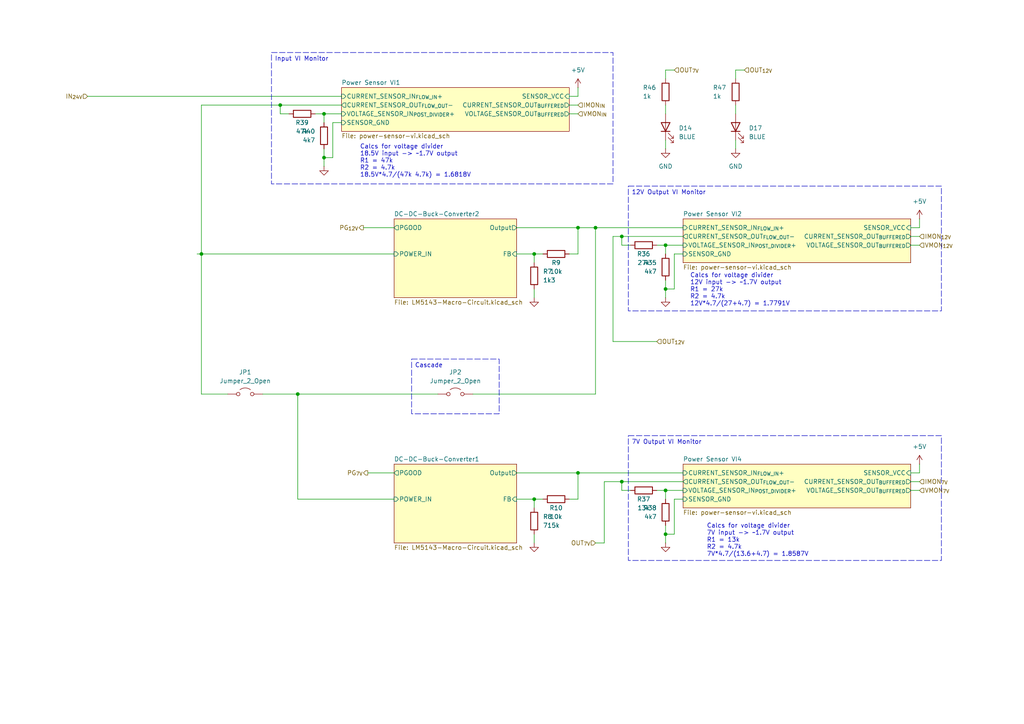
<source format=kicad_sch>
(kicad_sch (version 20250114) (generator "eeschema") (generator_version "9.0")
  (paper "A4")
  (title_block (rev "Vol. 2") (company "University of Alberta EcoCar Team"))
  (lib_symbols
    (symbol "Device:LED" (pin_numbers (hide yes)) (pin_names (offset 1.016) (hide yes))
      (property "Reference" "D" (at 0 2.54 0))
      (property "Value" "LED" (at 0 -2.54 0))
      (symbol "LED_0_1"
        (polyline (pts (xy -3.048 -0.762) (xy -4.572 -2.286) (xy -3.81 -2.286) (xy -4.572 -2.286) (xy -4.572 -1.524)))
        (polyline (pts (xy -1.778 -0.762) (xy -3.302 -2.286) (xy -2.54 -2.286) (xy -3.302 -2.286) (xy -3.302 -1.524)))
        (polyline (pts (xy -1.27 0) (xy 1.27 0)))
        (polyline (pts (xy -1.27 -1.27) (xy -1.27 1.27)) (stroke (width 0.254)))
        (polyline (pts (xy 1.27 -1.27) (xy 1.27 1.27) (xy -1.27 0) (xy 1.27 -1.27)) (stroke (width 0.254)))
      )
      (symbol "LED_1_1"
        (pin passive line (at -3.81 0 0) (length 2.54) (name "K") (number "1"))
        (pin passive line (at 3.81 0 180) (length 2.54) (name "A") (number "2"))
      )
    )
    (symbol "Device:R" (pin_numbers (hide yes)) (pin_names (offset 0))
      (property "Reference" "R" (at 2.032 0 90))
      (property "Value" "R" (at 0 0 90))
      (symbol "R_0_1"
        (rectangle (start -1.016 -2.54) (end 1.016 2.54) (stroke (width 0.254)))
      )
      (symbol "R_1_1"
        (pin passive line (at 0 3.81 270) (length 1.27) (name "~") (number "1"))
        (pin passive line (at 0 -3.81 90) (length 1.27) (name "~") (number "2"))
      )
    )
    (symbol "Jumper:Jumper_2_Open" (pin_numbers (hide yes)) (pin_names (offset 0) (hide yes)) (exclude_from_sim yes)
      (property "Reference" "JP" (at 0 2.794 0))
      (property "Value" "Jumper_2_Open" (at 0 -2.286 0))
      (symbol "Jumper_2_Open_0_0"
        (circle (center -2.032 0) (radius 0.508))
        (circle (center 2.032 0) (radius 0.508))
      )
      (symbol "Jumper_2_Open_0_1"
        (arc (start -1.524 1.27) (mid 0 1.778) (end 1.524 1.27))
      )
      (symbol "Jumper_2_Open_1_1"
        (pin passive line (at -5.08 0 0) (length 2.54) (name "A") (number "1"))
        (pin passive line (at 5.08 0 180) (length 2.54) (name "B") (number "2"))
      )
    )
    (symbol "power:+5V" (power) (pin_numbers (hide yes)) (pin_names (offset 0) (hide yes))
      (property "Value" "+5V" (at 0 3.556 0))
      (symbol "+5V_0_1"
        (polyline (pts (xy -0.762 1.27) (xy 0 2.54)))
        (polyline (pts (xy 0 2.54) (xy 0.762 1.27)))
        (polyline (pts (xy 0 0) (xy 0 2.54)))
      )
      (symbol "+5V_1_1"
        (pin power_in line (at 0 0 90) (length 0) (name "~") (number "1"))
      )
    )
    (symbol "power:GND" (power) (pin_numbers (hide yes)) (pin_names (offset 0) (hide yes))
      (property "Value" "GND" (at 0 -3.81 0))
      (symbol "GND_0_1"
        (polyline (pts (xy 0 0) (xy 0 -1.27) (xy 1.27 -1.27) (xy 0 -2.54) (xy -1.27 -1.27) (xy 0 -1.27)))
      )
      (symbol "GND_1_1"
        (pin power_in line (at 0 0 270) (length 0) (name "~") (number "1"))
      )
    )
  )
  (text "Calcs for voltage divider\n18.5V input -> ~1.7V output\nR1 = 47k\nR2 = 4.7k\n18.5V*4.7/(47k 4.7k) = 1.6818V" (at 104.394 51.562 0) (effects (font (size 1.27 1.27)) (justify left bottom)))
  (text "Calcs for voltage divider\n7V input -> ~1.7V output\nR1 = 13k\nR2 = 4.7k\n7V*4.7/(13.6+4.7) = 1.8587V" (at 204.978 161.544 0) (effects (font (size 1.27 1.27)) (justify left bottom)))
  (text "Calcs for voltage divider\n12V input -> ~1.7V output\nR1 = 27k\nR2 = 4.7k\n12V*4.7/(27+4.7) = 1.7791V" (at 200.152 88.9 0) (effects (font (size 1.27 1.27)) (justify left bottom)))
  (text_box "12V Output VI Monitor" (at 182.245 53.975 0) (size 90.805 36.195) (margins 0.9525 0.9525 0.9525 0.9525) (stroke (width 0) (type dash)) (effects (font (size 1.27 1.27)) (justify left top)))
  (text_box "7V Output VI Monitor" (at 182.245 126.365 0) (size 90.805 36.195) (margins 0.9525 0.9525 0.9525 0.9525) (stroke (width 0) (type dash)) (effects (font (size 1.27 1.27)) (justify left top)))
  (text_box "Input VI Monitor" (at 78.74 15.24 0) (size 99.06 38.1) (margins 0.9525 0.9525 0.9525 0.9525) (stroke (width 0) (type dash)) (effects (font (size 1.27 1.27)) (justify left top)))
  (text_box "Cascade" (at 119.38 104.14 0) (size 25.4 15.875) (margins 0.9525 0.9525 0.9525 0.9525) (stroke (width 0) (type dash)) (effects (font (size 1.27 1.27)) (justify left top)))
  (junction (at 167.64 66.04))
  (junction (at 86.36 114.3))
  (junction (at 193.04 83.82))
  (junction (at 154.94 144.78))
  (junction (at 167.64 137.16))
  (junction (at 180.34 68.58))
  (junction (at 93.98 33.02))
  (junction (at 193.04 71.12))
  (junction (at 193.04 154.94))
  (junction (at 81.28 30.48))
  (junction (at 93.98 45.72))
  (junction (at 172.72 66.04))
  (junction (at 193.04 142.24))
  (junction (at 180.34 139.7))
  (junction (at 154.94 73.66))
  (junction (at 58.42 73.66))
  (wire (pts (xy 195.58 73.66) (xy 195.58 83.82)))
  (wire (pts (xy 91.44 33.02) (xy 93.98 33.02)))
  (wire (pts (xy 180.34 142.24) (xy 180.34 139.7)))
  (wire (pts (xy 149.86 144.78) (xy 154.94 144.78)))
  (wire (pts (xy 93.98 33.02) (xy 93.98 35.56)))
  (wire (pts (xy 165.1 27.94) (xy 167.64 27.94)))
  (wire (pts (xy 165.1 144.78) (xy 167.64 144.78)))
  (wire (pts (xy 58.42 73.66) (xy 58.42 114.3)))
  (wire (pts (xy 157.48 73.66) (xy 154.94 73.66)))
  (wire (pts (xy 154.94 144.78) (xy 157.48 144.78)))
  (wire (pts (xy 213.36 33.02) (xy 213.36 30.48)))
  (wire (pts (xy 193.04 43.18) (xy 193.04 40.64)))
  (wire (pts (xy 195.58 144.78) (xy 195.58 154.94)))
  (wire (pts (xy 167.64 66.04) (xy 172.72 66.04)))
  (wire (pts (xy 81.28 30.48) (xy 58.42 30.48)))
  (wire (pts (xy 180.34 71.12) (xy 182.88 71.12)))
  (wire (pts (xy 81.28 33.02) (xy 81.28 30.48)))
  (wire (pts (xy 172.72 66.04) (xy 172.72 114.3)))
  (wire (pts (xy 180.34 71.12) (xy 180.34 68.58)))
  (wire (pts (xy 57.15 73.66) (xy 58.42 73.66)))
  (wire (pts (xy 175.26 157.48) (xy 172.72 157.48)))
  (wire (pts (xy 264.16 137.16) (xy 266.7 137.16)))
  (wire (pts (xy 93.98 45.72) (xy 93.98 48.26)))
  (wire (pts (xy 213.36 20.32) (xy 213.36 22.86)))
  (wire (pts (xy 165.1 30.48) (xy 167.64 30.48)))
  (wire (pts (xy 177.8 68.58) (xy 177.8 99.06)))
  (wire (pts (xy 193.04 83.82) (xy 195.58 83.82)))
  (wire (pts (xy 86.36 114.3) (xy 86.36 144.78)))
  (wire (pts (xy 96.52 45.72) (xy 93.98 45.72)))
  (wire (pts (xy 193.04 152.4) (xy 193.04 154.94)))
  (wire (pts (xy 76.2 114.3) (xy 86.36 114.3)))
  (wire (pts (xy 193.04 142.24) (xy 193.04 144.78)))
  (wire (pts (xy 264.16 68.58) (xy 266.7 68.58)))
  (wire (pts (xy 167.64 73.66) (xy 167.64 66.04)))
  (wire (pts (xy 193.04 154.94) (xy 193.04 157.48)))
  (wire (pts (xy 149.86 137.16) (xy 167.64 137.16)))
  (wire (pts (xy 177.8 68.58) (xy 180.34 68.58)))
  (wire (pts (xy 266.7 63.5) (xy 266.7 66.04)))
  (wire (pts (xy 165.1 33.02) (xy 167.64 33.02)))
  (wire (pts (xy 81.28 33.02) (xy 83.82 33.02)))
  (wire (pts (xy 264.16 142.24) (xy 266.7 142.24)))
  (wire (pts (xy 193.04 71.12) (xy 193.04 73.66)))
  (wire (pts (xy 180.34 142.24) (xy 182.88 142.24)))
  (wire (pts (xy 193.04 20.32) (xy 193.04 22.86)))
  (wire (pts (xy 215.9 20.32) (xy 213.36 20.32)))
  (wire (pts (xy 213.36 43.18) (xy 213.36 40.64)))
  (wire (pts (xy 175.26 139.7) (xy 175.26 157.48)))
  (wire (pts (xy 86.36 114.3) (xy 127 114.3)))
  (wire (pts (xy 149.86 73.66) (xy 154.94 73.66)))
  (wire (pts (xy 66.04 114.3) (xy 58.42 114.3)))
  (wire (pts (xy 190.5 142.24) (xy 193.04 142.24)))
  (wire (pts (xy 264.16 139.7) (xy 266.7 139.7)))
  (wire (pts (xy 154.94 154.94) (xy 154.94 157.48)))
  (wire (pts (xy 264.16 66.04) (xy 266.7 66.04)))
  (wire (pts (xy 81.28 30.48) (xy 99.06 30.48)))
  (wire (pts (xy 154.94 144.78) (xy 154.94 147.32)))
  (wire (pts (xy 193.04 142.24) (xy 198.12 142.24)))
  (wire (pts (xy 105.41 66.04) (xy 114.3 66.04)))
  (wire (pts (xy 172.72 66.04) (xy 198.12 66.04)))
  (wire (pts (xy 198.12 73.66) (xy 195.58 73.66)))
  (wire (pts (xy 106.68 137.16) (xy 114.3 137.16)))
  (wire (pts (xy 180.34 68.58) (xy 198.12 68.58)))
  (wire (pts (xy 58.42 73.66) (xy 114.3 73.66)))
  (wire (pts (xy 154.94 83.82) (xy 154.94 86.36)))
  (wire (pts (xy 193.04 83.82) (xy 193.04 86.36)))
  (wire (pts (xy 149.86 66.04) (xy 167.64 66.04)))
  (wire (pts (xy 86.36 144.78) (xy 114.3 144.78)))
  (wire (pts (xy 167.64 144.78) (xy 167.64 137.16)))
  (wire (pts (xy 58.42 30.48) (xy 58.42 73.66)))
  (wire (pts (xy 198.12 139.7) (xy 180.34 139.7)))
  (wire (pts (xy 137.16 114.3) (xy 172.72 114.3)))
  (wire (pts (xy 25.4 27.94) (xy 99.06 27.94)))
  (wire (pts (xy 195.58 20.32) (xy 193.04 20.32)))
  (wire (pts (xy 264.16 71.12) (xy 266.7 71.12)))
  (wire (pts (xy 167.64 137.16) (xy 198.12 137.16)))
  (wire (pts (xy 167.64 25.4) (xy 167.64 27.94)))
  (wire (pts (xy 96.52 35.56) (xy 96.52 45.72)))
  (wire (pts (xy 93.98 43.18) (xy 93.98 45.72)))
  (wire (pts (xy 266.7 134.62) (xy 266.7 137.16)))
  (wire (pts (xy 177.8 99.06) (xy 190.5 99.06)))
  (wire (pts (xy 99.06 35.56) (xy 96.52 35.56)))
  (wire (pts (xy 193.04 71.12) (xy 198.12 71.12)))
  (wire (pts (xy 167.64 73.66) (xy 165.1 73.66)))
  (wire (pts (xy 198.12 144.78) (xy 195.58 144.78)))
  (wire (pts (xy 190.5 71.12) (xy 193.04 71.12)))
  (wire (pts (xy 180.34 139.7) (xy 175.26 139.7)))
  (wire (pts (xy 154.94 73.66) (xy 154.94 76.2)))
  (wire (pts (xy 93.98 33.02) (xy 99.06 33.02)))
  (wire (pts (xy 195.58 154.94) (xy 193.04 154.94)))
  (wire (pts (xy 193.04 33.02) (xy 193.04 30.48)))
  (wire (pts (xy 193.04 81.28) (xy 193.04 83.82)))
  (hierarchical_label "VMON_{IN}" (shape input) (at 167.64 33.02 0))
  (hierarchical_label "IN_{24V}" (shape input) (at 25.4 27.94 180))
  (hierarchical_label "IMON_{7V}" (shape input) (at 266.7 139.7 0))
  (hierarchical_label "VMON_{7V}" (shape input) (at 266.7 142.24 0))
  (hierarchical_label "OUT_{12V}" (shape input) (at 215.9 20.32 0))
  (hierarchical_label "OUT_{12V}" (shape input) (at 190.5 99.06 0))
  (hierarchical_label "VMON_{12V}" (shape input) (at 266.7 71.12 0))
  (hierarchical_label "PG_{7V}" (shape output) (at 106.68 137.16 180))
  (hierarchical_label "OUT_{7V}" (shape input) (at 172.72 157.48 180))
  (hierarchical_label "PG_{12V}" (shape output) (at 105.41 66.04 180))
  (hierarchical_label "IMON_{12V}" (shape input) (at 266.7 68.58 0))
  (hierarchical_label "OUT_{7V}" (shape input) (at 195.58 20.32 0))
  (hierarchical_label "IMON_{IN}" (shape input) (at 167.64 30.48 0))
  (symbol (lib_id "Jumper:Jumper_2_Open") (at 71.12 114.3 0) (unit 1) (exclude_from_sim yes)
    (property "Reference" "JP1" (at 71.12 107.95 0))
    (property "Value" "Jumper_2_Open" (at 71.12 110.49 0))
    (property "Footprint" "digikey-footprints:Jumper_Micro-Miniature_P5.375mm" (effects (hide yes)))
    (property "Description" "Jumper, 2-pole, open" (effects (hide yes)))
  )
  (symbol (lib_id "Device:R") (at 161.29 73.66 90) (unit 1)
    (property "Reference" "R9" (at 161.29 76.2 90))
    (property "Value" "10k" (at 161.29 78.74 90))
    (property "Footprint" "Resistor_SMD:R_0603_1608Metric" (effects (hide yes)))
    (property "Description" "Resistor" (effects (hide yes)))
  )
  (symbol (lib_id "power:GND") (at 193.04 43.18 0) (unit 1)
    (property "Reference" "#PWR082" (effects (hide yes)))
    (property "Value" "GND" (at 193.04 48.26 0))
    (property "Description" "Power symbol creates a global label with name \"GND\" , ground" (effects (hide yes)))
  )
  (symbol (lib_id "Device:LED") (at 213.36 36.83 90) (unit 1)
    (property "Reference" "D17" (at 217.17 37.1474 90) (effects (justify right)))
    (property "Value" "BLUE" (at 217.17 39.6874 90) (effects (justify right)))
    (property "Footprint" "LED_SMD:LED_0603_1608Metric" (effects (hide yes)))
    (property "Description" "Light emitting diode" (effects (hide yes)))
  )
  (symbol (lib_id "Device:R") (at 193.04 77.47 0) (mirror x) (unit 1)
    (property "Reference" "R35" (at 190.5 76.1999 0) (effects (justify right)))
    (property "Value" "4k7" (at 190.5 78.7399 0) (effects (justify right)))
    (property "Footprint" "Resistor_SMD:R_0603_1608Metric" (effects (hide yes)))
    (property "Description" "Resistor" (effects (hide yes)))
  )
  (symbol (lib_id "Device:R") (at 186.69 71.12 270) (mirror x) (unit 1)
    (property "Reference" "R36" (at 186.69 73.66 90))
    (property "Value" "27k" (at 186.69 76.2 90))
    (property "Footprint" "Resistor_SMD:R_0603_1608Metric" (effects (hide yes)))
    (property "Description" "Resistor" (effects (hide yes)))
  )
  (symbol (lib_id "Jumper:Jumper_2_Open") (at 132.08 114.3 0) (unit 1) (exclude_from_sim yes)
    (property "Reference" "JP2" (at 132.08 107.95 0))
    (property "Value" "Jumper_2_Open" (at 132.08 110.49 0))
    (property "Footprint" "digikey-footprints:Jumper_Micro-Miniature_P5.375mm" (effects (hide yes)))
    (property "Description" "Jumper, 2-pole, open" (effects (hide yes)))
  )
  (symbol (lib_id "Device:R") (at 93.98 39.37 0) (mirror x) (unit 1)
    (property "Reference" "R40" (at 91.44 38.0999 0) (effects (justify right)))
    (property "Value" "4k7" (at 91.44 40.6399 0) (effects (justify right)))
    (property "Footprint" "Resistor_SMD:R_0603_1608Metric" (effects (hide yes)))
    (property "Description" "Resistor" (effects (hide yes)))
  )
  (symbol (lib_id "Device:LED") (at 193.04 36.83 90) (unit 1)
    (property "Reference" "D14" (at 196.85 37.1474 90) (effects (justify right)))
    (property "Value" "BLUE" (at 196.85 39.6874 90) (effects (justify right)))
    (property "Footprint" "LED_SMD:LED_0603_1608Metric" (effects (hide yes)))
    (property "Description" "Light emitting diode" (effects (hide yes)))
  )
  (symbol (lib_id "Device:R") (at 186.69 142.24 270) (mirror x) (unit 1)
    (property "Reference" "R37" (at 186.69 144.78 90))
    (property "Value" "13k" (at 186.69 147.32 90))
    (property "Footprint" "Resistor_SMD:R_0603_1608Metric" (effects (hide yes)))
    (property "Description" "Resistor" (effects (hide yes)))
  )
  (symbol (lib_id "Device:R") (at 154.94 151.13 180) (unit 1)
    (property "Reference" "R8" (at 157.48 149.8599 0) (effects (justify right)))
    (property "Value" "715k" (at 157.48 152.3999 0) (effects (justify right)))
    (property "Footprint" "Resistor_SMD:R_0603_1608Metric" (effects (hide yes)))
    (property "Description" "Resistor" (effects (hide yes)))
  )
  (symbol (lib_id "power:+5V") (at 266.7 134.62 0) (unit 1)
    (property "Reference" "#PWR071" (effects (hide yes)))
    (property "Value" "+5V" (at 266.7 129.54 0))
    (property "Description" "Power symbol creates a global label with name \"+5V\"" (effects (hide yes)))
  )
  (symbol (lib_id "power:GND") (at 154.94 157.48 0) (unit 1)
    (property "Reference" "#PWR063" (effects (hide yes)))
    (property "Value" "GND" (effects (hide yes)))
    (property "Description" "Power symbol creates a global label with name \"GND\" , ground" (effects (hide yes)))
  )
  (symbol (lib_id "Device:R") (at 154.94 80.01 180) (unit 1)
    (property "Reference" "R7" (at 157.48 78.7399 0) (effects (justify right)))
    (property "Value" "1k3" (at 157.48 81.2799 0) (effects (justify right)))
    (property "Footprint" "Resistor_SMD:R_0603_1608Metric" (effects (hide yes)))
    (property "Description" "Resistor" (effects (hide yes)))
  )
  (symbol (lib_id "Device:R") (at 193.04 26.67 0) (unit 1)
    (property "Reference" "R46" (at 186.436 25.4 0) (effects (justify left)))
    (property "Value" "1k" (at 186.436 27.94 0) (effects (justify left)))
    (property "Footprint" "Resistor_SMD:R_0603_1608Metric" (effects (hide yes)))
    (property "Description" "Resistor" (effects (hide yes)))
  )
  (symbol (lib_id "power:+5V") (at 167.64 25.4 0) (unit 1)
    (property "Reference" "#PWR067" (effects (hide yes)))
    (property "Value" "+5V" (at 167.64 20.32 0))
    (property "Description" "Power symbol creates a global label with name \"+5V\"" (effects (hide yes)))
  )
  (symbol (lib_id "power:GND") (at 213.36 43.18 0) (unit 1)
    (property "Reference" "#PWR083" (effects (hide yes)))
    (property "Value" "GND" (at 213.36 48.26 0))
    (property "Description" "Power symbol creates a global label with name \"GND\" , ground" (effects (hide yes)))
  )
  (symbol (lib_id "power:GND") (at 93.98 48.26 0) (mirror y) (unit 1)
    (property "Reference" "#PWR066" (effects (hide yes)))
    (property "Value" "GND" (effects (hide yes)))
    (property "Description" "Power symbol creates a global label with name \"GND\" , ground" (effects (hide yes)))
  )
  (symbol (lib_id "Device:R") (at 193.04 148.59 0) (mirror x) (unit 1)
    (property "Reference" "R38" (at 190.5 147.3199 0) (effects (justify right)))
    (property "Value" "4k7" (at 190.5 149.8599 0) (effects (justify right)))
    (property "Footprint" "Resistor_SMD:R_0603_1608Metric" (effects (hide yes)))
    (property "Description" "Resistor" (effects (hide yes)))
  )
  (symbol (lib_id "Device:R") (at 161.29 144.78 90) (unit 1)
    (property "Reference" "R10" (at 161.29 147.32 90))
    (property "Value" "10k" (at 161.29 149.86 90))
    (property "Footprint" "Resistor_SMD:R_0603_1608Metric" (effects (hide yes)))
    (property "Description" "Resistor" (effects (hide yes)))
  )
  (symbol (lib_id "power:+5V") (at 266.7 63.5 0) (unit 1)
    (property "Reference" "#PWR069" (effects (hide yes)))
    (property "Value" "+5V" (at 266.7 58.42 0))
    (property "Description" "Power symbol creates a global label with name \"+5V\"" (effects (hide yes)))
  )
  (symbol (lib_id "Device:R") (at 213.36 26.67 0) (unit 1)
    (property "Reference" "R47" (at 206.756 25.4 0) (effects (justify left)))
    (property "Value" "1k" (at 206.756 27.94 0) (effects (justify left)))
    (property "Footprint" "Resistor_SMD:R_0603_1608Metric" (effects (hide yes)))
    (property "Description" "Resistor" (effects (hide yes)))
  )
  (symbol (lib_id "Device:R") (at 87.63 33.02 270) (mirror x) (unit 1)
    (property "Reference" "R39" (at 87.63 35.56 90))
    (property "Value" "47k" (at 87.63 38.1 90))
    (property "Footprint" "Resistor_SMD:R_0603_1608Metric" (effects (hide yes)))
    (property "Description" "Resistor" (effects (hide yes)))
  )
  (symbol (lib_id "power:GND") (at 193.04 157.48 0) (mirror y) (unit 1)
    (property "Reference" "#PWR065" (effects (hide yes)))
    (property "Value" "GND" (effects (hide yes)))
    (property "Description" "Power symbol creates a global label with name \"GND\" , ground" (effects (hide yes)))
  )
  (symbol (lib_id "power:GND") (at 154.94 86.36 0) (unit 1)
    (property "Reference" "#PWR062" (effects (hide yes)))
    (property "Value" "GND" (effects (hide yes)))
    (property "Description" "Power symbol creates a global label with name \"GND\" , ground" (effects (hide yes)))
  )
  (symbol (lib_id "power:GND") (at 193.04 86.36 0) (mirror y) (unit 1)
    (property "Reference" "#PWR064" (effects (hide yes)))
    (property "Value" "GND" (effects (hide yes)))
    (property "Description" "Power symbol creates a global label with name \"GND\" , ground" (effects (hide yes)))
  )
  (sheet (at 198.12 63.5) (size 66.04 12.7) (stroke (width 0.1524)) (fill (color 255 255 194 1.0000))
    (property "Sheetname" "Power Sensor VI2" (at 198.12 62.7884 0) (effects (justify left bottom)))
    (property "Sheetfile" "power-sensor-vi.kicad_sch" (at 198.12 76.7846 0) (effects (justify left top)))
    (pin "CURRENT_SENSOR_IN_{FLOW_IN}+" input (at 198.12 66.04 180))
    (pin "SENSOR_VCC" input (at 264.16 66.04 0))
    (pin "CURRENT_SENSOR_OUT_{FLOW_OUT}-" output (at 198.12 68.58 180))
    (pin "CURRENT_SENSOR_OUT_{BUFFERED}" output (at 264.16 68.58 0))
    (pin "SENSOR_GND" input (at 198.12 73.66 180))
    (pin "VOLTAGE_SENSOR_IN_{POST_DIVIDER}+" input (at 198.12 71.12 180))
    (pin "VOLTAGE_SENSOR_OUT_{BUFFERED}" output (at 264.16 71.12 0))
  )
  (sheet (at 114.3 63.5) (size 35.56 22.86) (stroke (width 0.1524)) (fill (color 255 255 194 1.0000))
    (property "Sheetname" "DC-DC-Buck-Converter2" (at 114.3 62.7884 0) (effects (justify left bottom)))
    (property "Sheetfile" "LM5143-Macro-Circuit.kicad_sch" (at 114.3 86.9446 0) (effects (justify left top)))
    (pin "PGOOD" output (at 114.3 66.04 180))
    (pin "POWER_IN" input (at 114.3 73.66 180))
    (pin "Output" output (at 149.86 66.04 0))
    (pin "FB" input (at 149.86 73.66 0))
  )
  (sheet (at 99.06 25.4) (size 66.04 12.7) (stroke (width 0.1524)) (fill (color 255 255 194 1.0000))
    (property "Sheetname" "Power Sensor VI1" (at 99.06 24.6884 0) (effects (justify left bottom)))
    (property "Sheetfile" "power-sensor-vi.kicad_sch" (at 99.06 38.6846 0) (effects (justify left top)))
    (pin "CURRENT_SENSOR_IN_{FLOW_IN}+" input (at 99.06 27.94 180))
    (pin "SENSOR_VCC" input (at 165.1 27.94 0))
    (pin "CURRENT_SENSOR_OUT_{FLOW_OUT}-" output (at 99.06 30.48 180))
    (pin "CURRENT_SENSOR_OUT_{BUFFERED}" output (at 165.1 30.48 0))
    (pin "SENSOR_GND" input (at 99.06 35.56 180))
    (pin "VOLTAGE_SENSOR_IN_{POST_DIVIDER}+" input (at 99.06 33.02 180))
    (pin "VOLTAGE_SENSOR_OUT_{BUFFERED}" output (at 165.1 33.02 0))
  )
  (sheet (at 198.12 134.62) (size 66.04 12.7) (stroke (width 0.1524)) (fill (color 255 255 194 1.0000))
    (property "Sheetname" "Power Sensor VI4" (at 198.12 133.9084 0) (effects (justify left bottom)))
    (property "Sheetfile" "power-sensor-vi.kicad_sch" (at 198.12 147.9046 0) (effects (justify left top)))
    (pin "CURRENT_SENSOR_IN_{FLOW_IN}+" input (at 198.12 137.16 180))
    (pin "SENSOR_VCC" input (at 264.16 137.16 0))
    (pin "CURRENT_SENSOR_OUT_{FLOW_OUT}-" output (at 198.12 139.7 180))
    (pin "CURRENT_SENSOR_OUT_{BUFFERED}" output (at 264.16 139.7 0))
    (pin "SENSOR_GND" input (at 198.12 144.78 180))
    (pin "VOLTAGE_SENSOR_IN_{POST_DIVIDER}+" input (at 198.12 142.24 180))
    (pin "VOLTAGE_SENSOR_OUT_{BUFFERED}" output (at 264.16 142.24 0))
  )
  (sheet (at 114.3 134.62) (size 35.56 22.86) (stroke (width 0.1524)) (fill (color 255 255 194 1.0000))
    (property "Sheetname" "DC-DC-Buck-Converter1" (at 114.3 133.9084 0) (effects (justify left bottom)))
    (property "Sheetfile" "LM5143-Macro-Circuit.kicad_sch" (at 114.3 158.0646 0) (effects (justify left top)))
    (pin "PGOOD" output (at 114.3 137.16 180))
    (pin "POWER_IN" input (at 114.3 144.78 180))
    (pin "Output" output (at 149.86 137.16 0))
    (pin "FB" input (at 149.86 144.78 0))
  )
)
</source>
